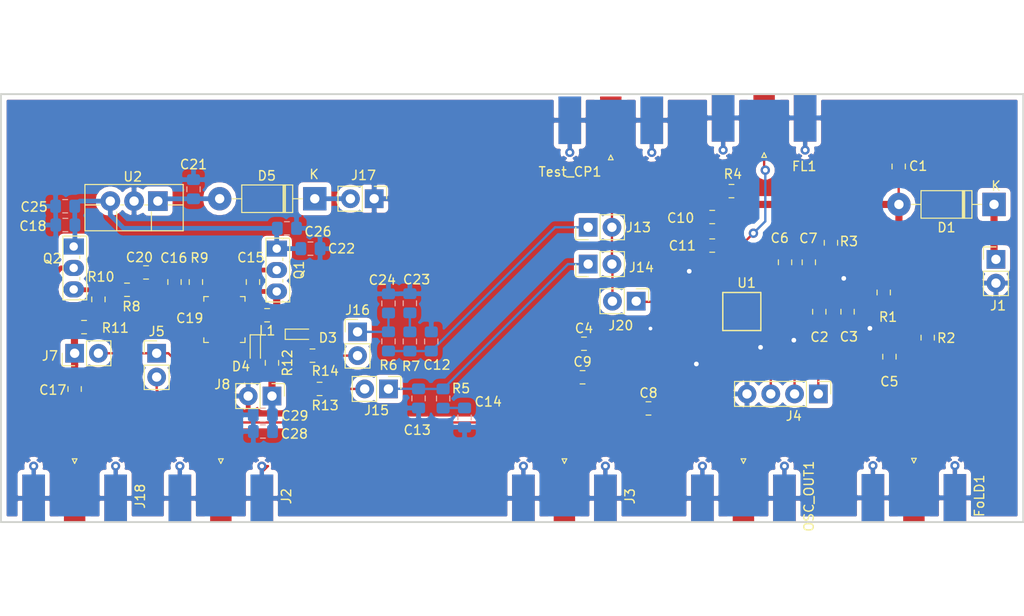
<source format=kicad_pcb>
(kicad_pcb (version 20171130) (host pcbnew "(5.1.5-0-10_14)")
  (layers (0 F.Cu signal) (31 B.Cu signal) (34 B.Paste user) (35 F.Paste user) (36 B.SilkS user) (37 F.SilkS user) (38 B.Mask user) (39 F.Mask user) (44 Edge.Cuts user))
  (net 0 "")
  (net 1 GND)
  (net 2 "Net-(C4-Pad1)")
  (net 3 "Net-(C8-Pad1)")
  (net 4 "Net-(C9-Pad2)")
  (net 5 PLL_Power)
  (net 6 "Net-(C12-Pad2)")
  (net 7 "Net-(C15-Pad1)")
  (net 8 "Net-(C15-Pad2)")
  (net 9 8V)
  (net 10 "Net-(C20-Pad2)")
  (net 11 "Net-(C21-Pad1)")
  (net 12 "Net-(D1-Pad1)")
  (net 13 "Net-(D3-Pad1)")
  (net 14 "Net-(D5-Pad1)")
  (net 15 "Net-(J2-Pad1)")
  (net 16 "Net-(J13-Pad2)")
  (net 17 V_uC)
  (net 18 Vp)
  (net 19 Vcc)
  (net 20 CE)
  (net 21 F_IN)
  (net 22 OSC_IN)
  (net 23 CPo)
  (net 24 LE)
  (net 25 Data)
  (net 26 FL)
  (net 27 FoLD)
  (net 28 OSC_OUT)
  (net 29 Clock)
  (net 30 "Net-(C13-Pad1)")
  (net 31 "Net-(C14-Pad1)")
  (net 32 "Net-(C17-Pad2)")
  (net 33 "Net-(C17-Pad1)")
  (net 34 "Net-(Q2-Pad3)")
  (net 35 "Net-(C23-Pad1)")
  (net 36 "Net-(C24-Pad1)")
  (net 37 "Net-(J15-Pad2)")
  (net 38 "Net-(J16-Pad2)")
  (net 39 "Net-(C28-Pad2)")
  (module Capacitor_SMD:C_0805_2012Metric_Pad1.15x1.40mm_HandSolder (layer B.Cu) (at 106.7308 112.2426)
    (fp_text reference C28 (at 3.3528 0.254) (layer F.SilkS))
    (fp_text value 100pF)
    (pad 2 smd roundrect (at 1.025 0) (size 1.15 1.4) (layers B.Cu B.Paste B.Mask) (roundrect_rratio 0.217391) (net 39 "Net-(C28-Pad2)"))
    (pad 1 smd roundrect (at -1.025 0) (size 1.15 1.4) (layers B.Cu B.Paste B.Mask) (roundrect_rratio 0.217391) (net 1 GND))
  )
  (module Capacitor_SMD:C_0805_2012Metric_Pad1.15x1.40mm_HandSolder (layer B.Cu) (at 106.7218 110.4646)
    (fp_text reference C29 (at 3.4126 0.1016) (layer F.SilkS))
    (fp_text value 100nF)
    (pad 1 smd roundrect (at -1.025 0) (size 1.15 1.4) (layers B.Cu B.Paste B.Mask) (roundrect_rratio 0.217391) (net 1 GND))
    (pad 2 smd roundrect (at 1.025 0) (size 1.15 1.4) (layers B.Cu B.Paste B.Mask) (roundrect_rratio 0.217391) (net 39 "Net-(C28-Pad2)"))
  )
  (module Capacitor_SMD:C_0805_2012Metric_Pad1.15x1.40mm_HandSolder (layer B.Cu) (at 109.2925 90.5383 180)
    (fp_text reference C26 (at -3.3184 -0.3556 180) (layer F.SilkS))
    (fp_text value 100pF)
    (pad 2 smd roundrect (at 1.025 0 180) (size 1.15 1.4) (layers B.Cu B.Paste B.Mask) (roundrect_rratio 0.217391) (net 9 8V))
    (pad 1 smd roundrect (at -1.025 0 180) (size 1.15 1.4) (layers B.Cu B.Paste B.Mask) (roundrect_rratio 0.217391) (net 1 GND))
  )
  (module Capacitor_SMD:C_0805_2012Metric_Pad1.15x1.40mm_HandSolder (layer B.Cu) (at 85.6017 88.1761)
    (fp_text reference C25 (at -3.3184 0.0762) (layer F.SilkS))
    (fp_text value 100pF)
    (pad 1 smd roundrect (at -1.025 0) (size 1.15 1.4) (layers B.Cu B.Paste B.Mask) (roundrect_rratio 0.217391) (net 1 GND))
    (pad 2 smd roundrect (at 1.025 0) (size 1.15 1.4) (layers B.Cu B.Paste B.Mask) (roundrect_rratio 0.217391) (net 9 8V))
  )
  (module Resistor_SMD:R_0805_2012Metric_Pad1.15x1.40mm_HandSolder (layer F.Cu) (at 112.023 104.14 180)
    (fp_text reference R14 (at -1.3626 -1.6383 180) (layer F.SilkS))
    (fp_text value 0k)
    (pad 2 smd roundrect (at 1.025 0 180) (size 1.15 1.4) (layers F.Cu F.Paste F.Mask) (roundrect_rratio 0.217391) (net 13 "Net-(D3-Pad1)"))
    (pad 1 smd roundrect (at -1.025 0 180) (size 1.15 1.4) (layers F.Cu F.Paste F.Mask) (roundrect_rratio 0.217391) (net 38 "Net-(J16-Pad2)"))
  )
  (module Resistor_SMD:R_0805_2012Metric_Pad1.15x1.40mm_HandSolder (layer F.Cu) (at 112.785 107.696)
    (fp_text reference R13 (at 0.5879 1.7653) (layer F.SilkS))
    (fp_text value 0k)
    (pad 1 smd roundrect (at -1.025 0) (size 1.15 1.4) (layers F.Cu F.Paste F.Mask) (roundrect_rratio 0.217391) (net 13 "Net-(D3-Pad1)"))
    (pad 2 smd roundrect (at 1.025 0) (size 1.15 1.4) (layers F.Cu F.Paste F.Mask) (roundrect_rratio 0.217391) (net 37 "Net-(J15-Pad2)"))
  )
  (module Resistor_SMD:R_0805_2012Metric_Pad1.15x1.40mm_HandSolder (layer F.Cu) (at 89.154 98.1292 270)
    (fp_text reference R10 (at -2.4093 -0.2667) (layer F.SilkS))
    (fp_text value 100k)
    (pad 1 smd roundrect (at -1.025 0 270) (size 1.15 1.4) (layers F.Cu F.Paste F.Mask) (roundrect_rratio 0.217391) (net 34 "Net-(Q2-Pad3)"))
    (pad 2 smd roundrect (at 1.025 0 270) (size 1.15 1.4) (layers F.Cu F.Paste F.Mask) (roundrect_rratio 0.217391) (net 1 GND))
  )
  (module Resistor_SMD:R_0805_2012Metric_Pad1.15x1.40mm_HandSolder (layer F.Cu) (at 107.696 104.911 270)
    (fp_text reference R12 (at 0 -1.65 270) (layer F.SilkS))
    (fp_text value 1k)
    (pad 1 smd roundrect (at -1.025 0 270) (size 1.15 1.4) (layers F.Cu F.Paste F.Mask) (roundrect_rratio 0.217391) (net 13 "Net-(D3-Pad1)"))
    (pad 2 smd roundrect (at 1.025 0 270) (size 1.15 1.4) (layers F.Cu F.Paste F.Mask) (roundrect_rratio 0.217391) (net 39 "Net-(C28-Pad2)"))
  )
  (module Capacitor_SMD:C_0805_2012Metric_Pad1.15x1.40mm_HandSolder (layer B.Cu) (at 120.142 98.561 90)
    (fp_text reference C24 (at 2.4982 -0.6604 180) (layer F.SilkS))
    (fp_text value 220nF)
    (pad 2 smd roundrect (at 1.025 0 90) (size 1.15 1.4) (layers B.Cu B.Paste B.Mask) (roundrect_rratio 0.217391) (net 1 GND))
    (pad 1 smd roundrect (at -1.025 0 90) (size 1.15 1.4) (layers B.Cu B.Paste B.Mask) (roundrect_rratio 0.217391) (net 36 "Net-(C24-Pad1)"))
  )
  (module Capacitor_SMD:C_0805_2012Metric_Pad1.15x1.40mm_HandSolder (layer B.Cu) (at 122.428 98.543 90)
    (fp_text reference C23 (at 2.531 0.7239 180) (layer F.SilkS))
    (fp_text value 80nF)
    (pad 1 smd roundrect (at -1.025 0 90) (size 1.15 1.4) (layers B.Cu B.Paste B.Mask) (roundrect_rratio 0.217391) (net 35 "Net-(C23-Pad1)"))
    (pad 2 smd roundrect (at 1.025 0 90) (size 1.15 1.4) (layers B.Cu B.Paste B.Mask) (roundrect_rratio 0.217391) (net 1 GND))
  )
  (module Capacitor_SMD:C_Trimmer_Murata_TZB4-B (layer F.Cu) (at 102.616 100.282 270)
    (fp_text reference C19 (at -0.1425 3.7084) (layer F.SilkS))
    (fp_text value SGC35060)
    (pad 1 smd rect (at -3 0 270) (size 2 1.6) (layers F.Cu F.Paste F.Mask) (net 8 "Net-(C15-Pad2)"))
    (pad 2 smd rect (at 3 0 270) (size 2 1.6) (layers F.Cu F.Paste F.Mask) (net 1 GND))
  )
  (module Resistor_SMD:R_0805_2012Metric_Pad1.15x1.40mm_HandSolder (layer B.Cu) (at 122.428 102.625 90)
    (fp_text reference R7 (at -2.6453 0.127 180) (layer F.SilkS))
    (fp_text value 62k)
    (pad 1 smd roundrect (at -1.025 0 90) (size 1.15 1.4) (layers B.Cu B.Paste B.Mask) (roundrect_rratio 0.217391) (net 6 "Net-(C12-Pad2)"))
    (pad 2 smd roundrect (at 1.025 0 90) (size 1.15 1.4) (layers B.Cu B.Paste B.Mask) (roundrect_rratio 0.217391) (net 35 "Net-(C23-Pad1)"))
  )
  (module Resistor_SMD:R_0805_2012Metric_Pad1.15x1.40mm_HandSolder (layer F.Cu) (at 92.211 97.1042)
    (fp_text reference R8 (at 0.4736 1.7907) (layer F.SilkS))
    (fp_text value "1 Ohm")
    (pad 2 smd roundrect (at 1.025 0) (size 1.15 1.4) (layers F.Cu F.Paste F.Mask) (roundrect_rratio 0.217391) (net 10 "Net-(C20-Pad2)"))
    (pad 1 smd roundrect (at -1.025 0) (size 1.15 1.4) (layers F.Cu F.Paste F.Mask) (roundrect_rratio 0.217391) (net 34 "Net-(Q2-Pad3)"))
  )
  (module Capacitor_SMD:C_0805_2012Metric_Pad1.15x1.40mm_HandSolder (layer F.Cu) (at 86.614 107.705 270)
    (fp_text reference C17 (at 0.1053 2.3368) (layer F.SilkS))
    (fp_text value 100nF)
    (pad 2 smd roundrect (at 1.025 0 270) (size 1.15 1.4) (layers F.Cu F.Paste F.Mask) (roundrect_rratio 0.217391) (net 32 "Net-(C17-Pad2)"))
    (pad 1 smd roundrect (at -1.025 0 270) (size 1.15 1.4) (layers F.Cu F.Paste F.Mask) (roundrect_rratio 0.217391) (net 33 "Net-(C17-Pad1)"))
  )
  (module Capacitor_SMD:C_0805_2012Metric_Pad1.15x1.40mm_HandSolder (layer B.Cu) (at 128.27 110.753 270)
    (fp_text reference C14 (at -1.6854 -2.5273) (layer F.SilkS))
    (fp_text value C)
    (pad 1 smd roundrect (at -1.025 0 270) (size 1.15 1.4) (layers B.Cu B.Paste B.Mask) (roundrect_rratio 0.217391) (net 31 "Net-(C14-Pad1)"))
    (pad 2 smd roundrect (at 1.025 0 270) (size 1.15 1.4) (layers B.Cu B.Paste B.Mask) (roundrect_rratio 0.217391) (net 1 GND))
  )
  (module Package_TO_SOT_THT:TO-251-3_Vertical (layer F.Cu) (at 86.5124 92.4814 270)
    (fp_text reference Q2 (at 1.2827 2.2987) (layer F.SilkS))
    (fp_text value "2N5486 JFET")
    (pad 3 thru_hole oval (at 4.58 0 270) (size 1.7175 2.2) (drill 0.9) (layers *.Cu *.Mask) (net 34 "Net-(Q2-Pad3)"))
    (pad 2 thru_hole oval (at 2.29 0 270) (size 1.7175 2.2) (drill 0.9) (layers *.Cu *.Mask) (net 33 "Net-(C17-Pad1)"))
    (pad 1 thru_hole rect (at 0 0 270) (size 1.7175 2.2) (drill 0.9) (layers *.Cu *.Mask) (net 9 8V))
  )
  (module Package_TO_SOT_THT:TO-251-3_Vertical (layer F.Cu) (at 108.204 92.706 270)
    (fp_text reference Q1 (at 2.29 -2.39 270) (layer F.SilkS))
    (fp_text value "2N5486 JFET")
    (pad 1 thru_hole rect (at 0 0 270) (size 1.7 2.2) (drill 0.9) (layers *.Cu *.Mask) (net 9 8V))
    (pad 2 thru_hole oval (at 2.29 0 270) (size 1.7 2.2) (drill 0.9) (layers *.Cu *.Mask) (net 7 "Net-(C15-Pad1)"))
    (pad 3 thru_hole oval (at 4.58 0 270) (size 1.7 2.2) (drill 0.9) (layers *.Cu *.Mask) (net 8 "Net-(C15-Pad2)"))
  )
  (module Connector_Coaxial:SMA_Molex_73251-1153_EdgeMount_Horizontal (layer F.Cu) (at 176.276 117.6092 90)
    (fp_text reference FoLD1 (at -1.5 7 90) (layer F.SilkS))
    (fp_text value Conn_Coaxial)
    (pad 2 smd rect (at 1.27 4.38 90) (size 0.95 0.46) (layers B.Cu) (net 1 GND))
    (pad 2 smd rect (at 1.27 -4.38 90) (size 0.95 0.46) (layers B.Cu) (net 1 GND))
    (pad 2 smd rect (at 1.27 4.38 90) (size 0.95 0.46) (layers F.Cu) (net 1 GND))
    (pad 2 smd rect (at 1.27 -4.38 90) (size 0.95 0.46) (layers F.Cu) (net 1 GND))
    (pad 2 thru_hole circle (at 1.72 4.38 90) (size 0.97 0.97) (drill 0.46) (layers *.Cu) (net 1 GND))
    (pad 2 thru_hole circle (at 1.72 -4.38 90) (size 0.97 0.97) (drill 0.46) (layers *.Cu) (net 1 GND))
    (pad 2 smd rect (at -1.72 4.38 90) (size 5.08 2.42) (layers B.Cu B.Paste B.Mask) (net 1 GND))
    (pad 2 smd rect (at -1.72 -4.38 90) (size 5.08 2.42) (layers B.Cu B.Paste B.Mask) (net 1 GND))
    (pad 2 smd rect (at -1.72 4.38 90) (size 5.08 2.42) (layers F.Cu F.Paste F.Mask) (net 1 GND))
    (pad 2 smd rect (at -1.72 -4.38 90) (size 5.08 2.42) (layers F.Cu F.Paste F.Mask) (net 1 GND))
    (pad 1 smd rect (at -1.72 0 90) (size 5.08 2.29) (layers F.Cu F.Paste F.Mask) (net 27 FoLD))
  )
  (module Connector_Coaxial:SMA_Molex_73251-1153_EdgeMount_Horizontal (layer F.Cu) (at 160.274 80.46 270)
    (fp_text reference FL1 (at 3.45652 -4.28244) (layer F.SilkS))
    (fp_text value Conn_Coaxial)
    (pad 1 smd rect (at -1.72 0 270) (size 5.08 2.29) (layers F.Cu F.Paste F.Mask) (net 26 FL))
    (pad 2 smd rect (at -1.72 -4.38 270) (size 5.08 2.42) (layers F.Cu F.Paste F.Mask) (net 1 GND))
    (pad 2 smd rect (at -1.72 4.38 270) (size 5.08 2.42) (layers F.Cu F.Paste F.Mask) (net 1 GND))
    (pad 2 smd rect (at -1.72 -4.38 270) (size 5.08 2.42) (layers B.Cu B.Paste B.Mask) (net 1 GND))
    (pad 2 smd rect (at -1.72 4.38 270) (size 5.08 2.42) (layers B.Cu B.Paste B.Mask) (net 1 GND))
    (pad 2 thru_hole circle (at 1.72 -4.38 270) (size 0.97 0.97) (drill 0.46) (layers *.Cu) (net 1 GND))
    (pad 2 thru_hole circle (at 1.72 4.38 270) (size 0.97 0.97) (drill 0.46) (layers *.Cu) (net 1 GND))
    (pad 2 smd rect (at 1.27 -4.38 270) (size 0.95 0.46) (layers F.Cu) (net 1 GND))
    (pad 2 smd rect (at 1.27 4.38 270) (size 0.95 0.46) (layers F.Cu) (net 1 GND))
    (pad 2 smd rect (at 1.27 -4.38 270) (size 0.95 0.46) (layers B.Cu) (net 1 GND))
    (pad 2 smd rect (at 1.27 4.38 270) (size 0.95 0.46) (layers B.Cu) (net 1 GND))
  )
  (module Connector_Coaxial:SMA_Molex_73251-1153_EdgeMount_Horizontal (layer F.Cu) (at 143.891 80.714 270)
    (fp_text reference Test_CP1 (at 3.78672 4.35356) (layer F.SilkS))
    (fp_text value Conn_Coaxial)
    (pad 2 smd rect (at 1.27 4.38 270) (size 0.95 0.46) (layers B.Cu) (net 1 GND))
    (pad 2 smd rect (at 1.27 -4.38 270) (size 0.95 0.46) (layers B.Cu) (net 1 GND))
    (pad 2 smd rect (at 1.27 4.38 270) (size 0.95 0.46) (layers F.Cu) (net 1 GND))
    (pad 2 smd rect (at 1.27 -4.38 270) (size 0.95 0.46) (layers F.Cu) (net 1 GND))
    (pad 2 thru_hole circle (at 1.72 4.38 270) (size 0.97 0.97) (drill 0.46) (layers *.Cu) (net 1 GND))
    (pad 2 thru_hole circle (at 1.72 -4.38 270) (size 0.97 0.97) (drill 0.46) (layers *.Cu) (net 1 GND))
    (pad 2 smd rect (at -1.72 4.38 270) (size 5.08 2.42) (layers B.Cu B.Paste B.Mask) (net 1 GND))
    (pad 2 smd rect (at -1.72 -4.38 270) (size 5.08 2.42) (layers B.Cu B.Paste B.Mask) (net 1 GND))
    (pad 2 smd rect (at -1.72 4.38 270) (size 5.08 2.42) (layers F.Cu F.Paste F.Mask) (net 1 GND))
    (pad 2 smd rect (at -1.72 -4.38 270) (size 5.08 2.42) (layers F.Cu F.Paste F.Mask) (net 1 GND))
    (pad 1 smd rect (at -1.72 0 270) (size 5.08 2.29) (layers F.Cu F.Paste F.Mask) (net 16 "Net-(J13-Pad2)"))
  )
  (module Connector_Coaxial:SMA_Molex_73251-1153_EdgeMount_Horizontal (layer F.Cu) (at 158.0642 117.66 90)
    (fp_text reference OSC_OUT1 (at -1.5 7 90) (layer F.SilkS))
    (fp_text value Conn_Coaxial)
    (pad 1 smd rect (at -1.72 0 90) (size 5.08 2.29) (layers F.Cu F.Paste F.Mask) (net 28 OSC_OUT))
    (pad 2 smd rect (at -1.72 -4.38 90) (size 5.08 2.42) (layers F.Cu F.Paste F.Mask) (net 1 GND))
    (pad 2 smd rect (at -1.72 4.38 90) (size 5.08 2.42) (layers F.Cu F.Paste F.Mask) (net 1 GND))
    (pad 2 smd rect (at -1.72 -4.38 90) (size 5.08 2.42) (layers B.Cu B.Paste B.Mask) (net 1 GND))
    (pad 2 smd rect (at -1.72 4.38 90) (size 5.08 2.42) (layers B.Cu B.Paste B.Mask) (net 1 GND))
    (pad 2 thru_hole circle (at 1.72 -4.38 90) (size 0.97 0.97) (drill 0.46) (layers *.Cu) (net 1 GND))
    (pad 2 thru_hole circle (at 1.72 4.38 90) (size 0.97 0.97) (drill 0.46) (layers *.Cu) (net 1 GND))
    (pad 2 smd rect (at 1.27 -4.38 90) (size 0.95 0.46) (layers F.Cu) (net 1 GND))
    (pad 2 smd rect (at 1.27 4.38 90) (size 0.95 0.46) (layers F.Cu) (net 1 GND))
    (pad 2 smd rect (at 1.27 -4.38 90) (size 0.95 0.46) (layers B.Cu) (net 1 GND))
    (pad 2 smd rect (at 1.27 4.38 90) (size 0.95 0.46) (layers B.Cu) (net 1 GND))
  )
  (module Capacitor_SMD:C_0805_2012Metric_Pad1.15x1.40mm_HandSolder (layer F.Cu) (at 174.6504 83.9306 270)
    (fp_text reference C1 (at -0.04456 -2.0828) (layer F.SilkS))
    (fp_text value C)
    (pad 1 smd roundrect (at -1.025 0 270) (size 1.15 1.4) (layers F.Cu F.Paste F.Mask) (roundrect_rratio 0.217391) (net 1 GND))
    (pad 2 smd roundrect (at 1.025 0 270) (size 1.15 1.4) (layers F.Cu F.Paste F.Mask) (roundrect_rratio 0.217391) (net 5 PLL_Power))
  )
  (module Capacitor_SMD:C_0805_2012Metric_Pad1.15x1.40mm_HandSolder (layer F.Cu) (at 166.1668 99.45 90)
    (fp_text reference C2 (at -2.7088 0.02032 180) (layer F.SilkS))
    (fp_text value 100nF)
    (pad 1 smd roundrect (at -1.025 0 90) (size 1.15 1.4) (layers F.Cu F.Paste F.Mask) (roundrect_rratio 0.217391) (net 1 GND))
    (pad 2 smd roundrect (at 1.025 0 90) (size 1.15 1.4) (layers F.Cu F.Paste F.Mask) (roundrect_rratio 0.217391) (net 17 V_uC))
  )
  (module Capacitor_SMD:C_0805_2012Metric_Pad1.15x1.40mm_HandSolder (layer F.Cu) (at 169.1894 99.45 90)
    (fp_text reference C3 (at -2.67324 0.14224 180) (layer F.SilkS))
    (fp_text value 100pF)
    (pad 2 smd roundrect (at 1.025 0 90) (size 1.15 1.4) (layers F.Cu F.Paste F.Mask) (roundrect_rratio 0.217391) (net 17 V_uC))
    (pad 1 smd roundrect (at -1.025 0 90) (size 1.15 1.4) (layers F.Cu F.Paste F.Mask) (roundrect_rratio 0.217391) (net 1 GND))
  )
  (module Capacitor_SMD:C_0805_2012Metric_Pad1.15x1.40mm_HandSolder (layer F.Cu) (at 141.0298 102.87)
    (fp_text reference C4 (at 0 -1.65) (layer F.SilkS))
    (fp_text value 1000pF)
    (pad 2 smd roundrect (at 1.025 0) (size 1.15 1.4) (layers F.Cu F.Paste F.Mask) (roundrect_rratio 0.217391) (net 21 F_IN))
    (pad 1 smd roundrect (at -1.025 0) (size 1.15 1.4) (layers F.Cu F.Paste F.Mask) (roundrect_rratio 0.217391) (net 2 "Net-(C4-Pad1)"))
  )
  (module Capacitor_SMD:C_0805_2012Metric_Pad1.15x1.40mm_HandSolder (layer F.Cu) (at 173.6598 104.2506 90)
    (fp_text reference C5 (at -2.66308 -0.00508 180) (layer F.SilkS))
    (fp_text value 100nF)
    (pad 2 smd roundrect (at 1.025 0 90) (size 1.15 1.4) (layers F.Cu F.Paste F.Mask) (roundrect_rratio 0.217391) (net 20 CE))
    (pad 1 smd roundrect (at -1.025 0 90) (size 1.15 1.4) (layers F.Cu F.Paste F.Mask) (roundrect_rratio 0.217391) (net 1 GND))
  )
  (module Capacitor_SMD:C_0805_2012Metric_Pad1.15x1.40mm_HandSolder (layer F.Cu) (at 162.5092 94.1668 90)
    (fp_text reference C6 (at 2.5871 -0.5715 180) (layer F.SilkS))
    (fp_text value 100nF)
    (pad 1 smd roundrect (at -1.025 0 90) (size 1.15 1.4) (layers F.Cu F.Paste F.Mask) (roundrect_rratio 0.217391) (net 1 GND))
    (pad 2 smd roundrect (at 1.025 0 90) (size 1.15 1.4) (layers F.Cu F.Paste F.Mask) (roundrect_rratio 0.217391) (net 19 Vcc))
  )
  (module Capacitor_SMD:C_0805_2012Metric_Pad1.15x1.40mm_HandSolder (layer F.Cu) (at 165.0492 94.1668 90)
    (fp_text reference C7 (at 2.5617 -0.0508 180) (layer F.SilkS))
    (fp_text value 100pF)
    (pad 1 smd roundrect (at -1.025 0 90) (size 1.15 1.4) (layers F.Cu F.Paste F.Mask) (roundrect_rratio 0.217391) (net 1 GND))
    (pad 2 smd roundrect (at 1.025 0 90) (size 1.15 1.4) (layers F.Cu F.Paste F.Mask) (roundrect_rratio 0.217391) (net 19 Vcc))
  )
  (module Capacitor_SMD:C_0805_2012Metric_Pad1.15x1.40mm_HandSolder (layer F.Cu) (at 147.9206 109.7788)
    (fp_text reference C8 (at 0 -1.65) (layer F.SilkS))
    (fp_text value 1000pF)
    (pad 2 smd roundrect (at 1.025 0) (size 1.15 1.4) (layers F.Cu F.Paste F.Mask) (roundrect_rratio 0.217391) (net 22 OSC_IN))
    (pad 1 smd roundrect (at -1.025 0) (size 1.15 1.4) (layers F.Cu F.Paste F.Mask) (roundrect_rratio 0.217391) (net 3 "Net-(C8-Pad1)"))
  )
  (module Capacitor_SMD:C_0805_2012Metric_Pad1.15x1.40mm_HandSolder (layer F.Cu) (at 140.8774 106.4514)
    (fp_text reference C9 (at 0 -1.65) (layer F.SilkS))
    (fp_text value 100nF)
    (pad 2 smd roundrect (at 1.025 0) (size 1.15 1.4) (layers F.Cu F.Paste F.Mask) (roundrect_rratio 0.217391) (net 4 "Net-(C9-Pad2)"))
    (pad 1 smd roundrect (at -1.025 0) (size 1.15 1.4) (layers F.Cu F.Paste F.Mask) (roundrect_rratio 0.217391) (net 1 GND))
  )
  (module Capacitor_SMD:C_0805_2012Metric_Pad1.15x1.40mm_HandSolder (layer F.Cu) (at 154.7278 89.3318)
    (fp_text reference C10 (at -3.3692 0.1016) (layer F.SilkS))
    (fp_text value 100nF)
    (pad 2 smd roundrect (at 1.025 0) (size 1.15 1.4) (layers F.Cu F.Paste F.Mask) (roundrect_rratio 0.217391) (net 18 Vp))
    (pad 1 smd roundrect (at -1.025 0) (size 1.15 1.4) (layers F.Cu F.Paste F.Mask) (roundrect_rratio 0.217391) (net 1 GND))
  )
  (module Capacitor_SMD:C_0805_2012Metric_Pad1.15x1.40mm_HandSolder (layer F.Cu) (at 154.7278 92.3798)
    (fp_text reference C11 (at -3.1914 0.0127) (layer F.SilkS))
    (fp_text value 100pF)
    (pad 1 smd roundrect (at -1.025 0) (size 1.15 1.4) (layers F.Cu F.Paste F.Mask) (roundrect_rratio 0.217391) (net 1 GND))
    (pad 2 smd roundrect (at 1.025 0) (size 1.15 1.4) (layers F.Cu F.Paste F.Mask) (roundrect_rratio 0.217391) (net 18 Vp))
  )
  (module Capacitor_SMD:C_0805_2012Metric_Pad1.15x1.40mm_HandSolder (layer B.Cu) (at 124.714 102.625 270)
    (fp_text reference C12 (at 2.5056 -0.6096) (layer F.SilkS))
    (fp_text value 12nF)
    (pad 2 smd roundrect (at 1.025 0 270) (size 1.15 1.4) (layers B.Cu B.Paste B.Mask) (roundrect_rratio 0.217391) (net 6 "Net-(C12-Pad2)"))
    (pad 1 smd roundrect (at -1.025 0 270) (size 1.15 1.4) (layers B.Cu B.Paste B.Mask) (roundrect_rratio 0.217391) (net 1 GND))
  )
  (module Capacitor_SMD:C_0805_2012Metric_Pad1.15x1.40mm_HandSolder (layer B.Cu) (at 123.3551 108.7083 270)
    (fp_text reference C13 (at 3.3819 0.1397) (layer F.SilkS))
    (fp_text value C)
    (pad 2 smd roundrect (at 1.025 0 270) (size 1.15 1.4) (layers B.Cu B.Paste B.Mask) (roundrect_rratio 0.217391) (net 1 GND))
    (pad 1 smd roundrect (at -1.025 0 270) (size 1.15 1.4) (layers B.Cu B.Paste B.Mask) (roundrect_rratio 0.217391) (net 30 "Net-(C13-Pad1)"))
  )
  (module Capacitor_SMD:C_0805_2012Metric_Pad1.15x1.40mm_HandSolder (layer F.Cu) (at 105.664 96.275 270)
    (fp_text reference C15 (at -2.6125 0.2286) (layer F.SilkS))
    (fp_text value 18pF)
    (pad 1 smd roundrect (at -1.025 0 270) (size 1.15 1.4) (layers F.Cu F.Paste F.Mask) (roundrect_rratio 0.217391) (net 7 "Net-(C15-Pad1)"))
    (pad 2 smd roundrect (at 1.025 0 270) (size 1.15 1.4) (layers F.Cu F.Paste F.Mask) (roundrect_rratio 0.217391) (net 8 "Net-(C15-Pad2)"))
  )
  (module Capacitor_SMD:C_0805_2012Metric_Pad1.15x1.40mm_HandSolder (layer F.Cu) (at 97.282 96.275 90)
    (fp_text reference C16 (at 2.5744 -0.0762 180) (layer F.SilkS))
    (fp_text value 47pF)
    (pad 2 smd roundrect (at 1.025 0 90) (size 1.15 1.4) (layers F.Cu F.Paste F.Mask) (roundrect_rratio 0.217391) (net 7 "Net-(C15-Pad1)"))
    (pad 1 smd roundrect (at -1.025 0 90) (size 1.15 1.4) (layers F.Cu F.Paste F.Mask) (roundrect_rratio 0.217391) (net 1 GND))
  )
  (module Capacitor_SMD:C_0805_2012Metric_Pad1.15x1.40mm_HandSolder (layer B.Cu) (at 85.6197 90.1827)
    (fp_text reference C18 (at -3.4634 0.1143) (layer F.SilkS))
    (fp_text value 100nF)
    (pad 1 smd roundrect (at -1.025 0) (size 1.15 1.4) (layers B.Cu B.Paste B.Mask) (roundrect_rratio 0.217391) (net 1 GND))
    (pad 2 smd roundrect (at 1.025 0) (size 1.15 1.4) (layers B.Cu B.Paste B.Mask) (roundrect_rratio 0.217391) (net 9 8V))
  )
  (module Capacitor_SMD:C_0805_2012Metric_Pad1.15x1.40mm_HandSolder (layer F.Cu) (at 94.243 95.25 180)
    (fp_text reference C20 (at 0.7075 1.6129 180) (layer F.SilkS))
    (fp_text value 10pF)
    (pad 1 smd roundrect (at -1.025 0 180) (size 1.15 1.4) (layers F.Cu F.Paste F.Mask) (roundrect_rratio 0.217391) (net 7 "Net-(C15-Pad1)"))
    (pad 2 smd roundrect (at 1.025 0 180) (size 1.15 1.4) (layers F.Cu F.Paste F.Mask) (roundrect_rratio 0.217391) (net 10 "Net-(C20-Pad2)"))
  )
  (module Capacitor_SMD:C_0805_2012Metric_Pad1.15x1.40mm_HandSolder (layer B.Cu) (at 99.314 86.36 90)
    (fp_text reference C21 (at 2.6416 0) (layer F.SilkS))
    (fp_text value 100nF)
    (pad 1 smd roundrect (at -1.025 0 90) (size 1.15 1.4) (layers B.Cu B.Paste B.Mask) (roundrect_rratio 0.217391) (net 11 "Net-(C21-Pad1)"))
    (pad 2 smd roundrect (at 1.025 0 90) (size 1.15 1.4) (layers B.Cu B.Paste B.Mask) (roundrect_rratio 0.217391) (net 1 GND))
  )
  (module Capacitor_SMD:C_0805_2012Metric_Pad1.15x1.40mm_HandSolder (layer B.Cu) (at 111.8071 92.71 180)
    (fp_text reference C22 (at -3.3184 0 180) (layer F.SilkS))
    (fp_text value 100nF)
    (pad 1 smd roundrect (at -1.025 0 180) (size 1.15 1.4) (layers B.Cu B.Paste B.Mask) (roundrect_rratio 0.217391) (net 1 GND))
    (pad 2 smd roundrect (at 1.025 0 180) (size 1.15 1.4) (layers B.Cu B.Paste B.Mask) (roundrect_rratio 0.217391) (net 9 8V))
  )
  (module Diode_THT:D_DO-41_SOD81_P10.16mm_Horizontal (layer F.Cu) (at 184.8358 87.9856 180)
    (fp_text reference D1 (at 5.08 -2.47 180) (layer F.SilkS))
    (fp_text value DIODE)
    (fp_text user K (at -0.21336 1.9812 180) (layer F.SilkS))
    (pad 1 thru_hole rect (at 0 0 180) (size 2.5 2.5) (drill 1) (layers *.Cu *.Mask) (net 12 "Net-(D1-Pad1)"))
    (pad 2 thru_hole oval (at 10.16 0 180) (size 2.5 2.5) (drill 1) (layers *.Cu *.Mask) (net 5 PLL_Power))
  )
  (module Diode_SMD:D_SC-80_HandSoldering (layer F.Cu) (at 110.914 101.854)
    (fp_text reference D3 (at 2.751 0.381) (layer F.SilkS))
    (fp_text value ???)
    (pad 1 smd rect (at -1.1 0) (size 1.1 0.6) (layers F.Cu F.Paste F.Mask) (net 13 "Net-(D3-Pad1)"))
    (pad 2 smd rect (at 1.1 0) (size 1.1 0.6) (layers F.Cu F.Paste F.Mask) (net 8 "Net-(C15-Pad2)"))
  )
  (module Diode_SMD:D_SC-80_HandSoldering (layer F.Cu) (at 105.918 103.716 270)
    (fp_text reference D4 (at 1.5797 1.5367) (layer F.SilkS))
    (fp_text value ???)
    (pad 2 smd rect (at 1.1 0 270) (size 1.1 0.6) (layers F.Cu F.Paste F.Mask) (net 1 GND))
    (pad 1 smd rect (at -1.1 0 270) (size 1.1 0.6) (layers F.Cu F.Paste F.Mask) (net 13 "Net-(D3-Pad1)"))
  )
  (module Diode_THT:D_DO-41_SOD81_P10.16mm_Horizontal (layer F.Cu) (at 112.268 87.376 180)
    (fp_text reference D5 (at 5.1308 2.4511 180) (layer F.SilkS))
    (fp_text value DIODE)
    (fp_text user K (at 0.0762 2.6035 180) (layer F.SilkS))
    (pad 2 thru_hole oval (at 10.16 0 180) (size 2.5 2.5) (drill 1) (layers *.Cu *.Mask) (net 11 "Net-(C21-Pad1)"))
    (pad 1 thru_hole rect (at 0 0 180) (size 2.5 2.5) (drill 1) (layers *.Cu *.Mask) (net 14 "Net-(D5-Pad1)"))
  )
  (module Connector_PinHeader_2.54mm:PinHeader_1x02_P2.54mm_Vertical (layer F.Cu) (at 185.039 93.853)
    (fp_text reference J1 (at 0.2286 4.94792) (layer F.SilkS))
    (fp_text value Conn_01x02_Male)
    (pad 2 thru_hole oval (at 0 2.54) (size 2 2) (drill 1) (layers *.Cu *.Mask) (net 1 GND))
    (pad 1 thru_hole rect (at 0 0) (size 2 2) (drill 1) (layers *.Cu *.Mask) (net 12 "Net-(D1-Pad1)"))
  )
  (module Connector_Coaxial:SMA_Molex_73251-1153_EdgeMount_Horizontal (layer F.Cu) (at 102.235 117.66 90)
    (fp_text reference J2 (at -1.5 7 90) (layer F.SilkS))
    (fp_text value Conn_Coaxial)
    (pad 2 smd rect (at 1.27 4.38 90) (size 0.95 0.46) (layers B.Cu) (net 1 GND))
    (pad 2 smd rect (at 1.27 -4.38 90) (size 0.95 0.46) (layers B.Cu) (net 1 GND))
    (pad 2 smd rect (at 1.27 4.38 90) (size 0.95 0.46) (layers F.Cu) (net 1 GND))
    (pad 2 smd rect (at 1.27 -4.38 90) (size 0.95 0.46) (layers F.Cu) (net 1 GND))
    (pad 2 thru_hole circle (at 1.72 4.38 90) (size 0.97 0.97) (drill 0.46) (layers *.Cu) (net 1 GND))
    (pad 2 thru_hole circle (at 1.72 -4.38 90) (size 0.97 0.97) (drill 0.46) (layers *.Cu) (net 1 GND))
    (pad 2 smd rect (at -1.72 4.38 90) (size 5.08 2.42) (layers B.Cu B.Paste B.Mask) (net 1 GND))
    (pad 2 smd rect (at -1.72 -4.38 90) (size 5.08 2.42) (layers B.Cu B.Paste B.Mask) (net 1 GND))
    (pad 2 smd rect (at -1.72 4.38 90) (size 5.08 2.42) (layers F.Cu F.Paste F.Mask) (net 1 GND))
    (pad 2 smd rect (at -1.72 -4.38 90) (size 5.08 2.42) (layers F.Cu F.Paste F.Mask) (net 1 GND))
    (pad 1 smd rect (at -1.72 0 90) (size 5.08 2.29) (layers F.Cu F.Paste F.Mask) (net 15 "Net-(J2-Pad1)"))
  )
  (module Connector_Coaxial:SMA_Molex_73251-1153_EdgeMount_Horizontal (layer F.Cu) (at 138.938 117.66 90)
    (fp_text reference J3 (at -1.5 7 90) (layer F.SilkS))
    (fp_text value Conn_Coaxial)
    (pad 1 smd rect (at -1.72 0 90) (size 5.08 2.29) (layers F.Cu F.Paste F.Mask) (net 3 "Net-(C8-Pad1)"))
    (pad 2 smd rect (at -1.72 -4.38 90) (size 5.08 2.42) (layers F.Cu F.Paste F.Mask) (net 1 GND))
    (pad 2 smd rect (at -1.72 4.38 90) (size 5.08 2.42) (layers F.Cu F.Paste F.Mask) (net 1 GND))
    (pad 2 smd rect (at -1.72 -4.38 90) (size 5.08 2.42) (layers B.Cu B.Paste B.Mask) (net 1 GND))
    (pad 2 smd rect (at -1.72 4.38 90) (size 5.08 2.42) (layers B.Cu B.Paste B.Mask) (net 1 GND))
    (pad 2 thru_hole circle (at 1.72 -4.38 90) (size 0.97 0.97) (drill 0.46) (layers *.Cu) (net 1 GND))
    (pad 2 thru_hole circle (at 1.72 4.38 90) (size 0.97 0.97) (drill 0.46) (layers *.Cu) (net 1 GND))
    (pad 2 smd rect (at 1.27 -4.38 90) (size 0.95 0.46) (layers F.Cu) (net 1 GND))
    (pad 2 smd rect (at 1.27 4.38 90) (size 0.95 0.46) (layers F.Cu) (net 1 GND))
    (pad 2 smd rect (at 1.27 -4.38 90) (size 0.95 0.46) (layers B.Cu) (net 1 GND))
    (pad 2 smd rect (at 1.27 4.38 90) (size 0.95 0.46) (layers B.Cu) (net 1 GND))
  )
  (module Connector_PinHeader_2.54mm:PinHeader_1x04_P2.54mm_Vertical (layer F.Cu) (at 166.0652 108.2294 270)
    (fp_text reference J4 (at 2.3622 2.62128) (layer F.SilkS))
    (fp_text value Conn_01x04_Male)
    (pad 1 thru_hole rect (at 0 0 270) (size 2 2) (drill 1) (layers *.Cu *.Mask) (net 24 LE))
    (pad 2 thru_hole oval (at 0 2.54 270) (size 2 2) (drill 1) (layers *.Cu *.Mask) (net 25 Data))
    (pad 3 thru_hole oval (at 0 5.08 270) (size 2 2) (drill 1) (layers *.Cu *.Mask) (net 29 Clock))
    (pad 4 thru_hole oval (at 0 7.62 270) (size 2 2) (drill 1) (layers *.Cu *.Mask) (net 1 GND))
  )
  (module Connector_PinHeader_2.54mm:PinHeader_1x02_P2.54mm_Vertical (layer F.Cu) (at 95.377 103.886)
    (fp_text reference J5 (at 0 -2.33) (layer F.SilkS))
    (fp_text value Conn_01x02_Male)
    (pad 1 thru_hole rect (at 0 0) (size 2 2) (drill 1) (layers *.Cu *.Mask) (net 2 "Net-(C4-Pad1)"))
    (pad 2 thru_hole oval (at 0 2.54) (size 2 2) (drill 1) (layers *.Cu *.Mask) (net 15 "Net-(J2-Pad1)"))
  )
  (module Connector_PinHeader_2.54mm:PinHeader_1x02_P2.54mm_Vertical (layer F.Cu) (at 86.614 103.886 90)
    (fp_text reference J7 (at -0.2794 -2.6416 180) (layer F.SilkS))
    (fp_text value Conn_01x02_Male)
    (pad 2 thru_hole oval (at 0 2.54 90) (size 2 2) (drill 1) (layers *.Cu *.Mask) (net 2 "Net-(C4-Pad1)"))
    (pad 1 thru_hole rect (at 0 0 90) (size 2 2) (drill 1) (layers *.Cu *.Mask) (net 33 "Net-(C17-Pad1)"))
  )
  (module Connector_PinHeader_2.54mm:PinHeader_1x02_P2.54mm_Vertical (layer F.Cu) (at 107.696 108.458 270)
    (fp_text reference J8 (at -1.2446 5.3086) (layer F.SilkS))
    (fp_text value Conn_01x02_Male)
    (pad 1 thru_hole rect (at 0 0 270) (size 2 2) (drill 1) (layers *.Cu *.Mask) (net 39 "Net-(C28-Pad2)"))
    (pad 2 thru_hole oval (at 0 2.54 270) (size 2 2) (drill 1) (layers *.Cu *.Mask) (net 1 GND))
  )
  (module Connector_PinHeader_2.54mm:PinHeader_1x02_P2.54mm_Vertical (layer F.Cu) (at 141.478 90.424 90)
    (fp_text reference J13 (at -0.02032 5.37464 180) (layer F.SilkS))
    (fp_text value Conn_01x02_Male)
    (pad 2 thru_hole oval (at 0 2.54 90) (size 2 2) (drill 1) (layers *.Cu *.Mask) (net 16 "Net-(J13-Pad2)"))
    (pad 1 thru_hole rect (at 0 0 90) (size 2 2) (drill 1) (layers *.Cu *.Mask) (net 6 "Net-(C12-Pad2)"))
  )
  (module Connector_PinHeader_2.54mm:PinHeader_1x02_P2.54mm_Vertical (layer F.Cu) (at 141.478 94.361 90)
    (fp_text reference J14 (at -0.3556 5.68452 180) (layer F.SilkS))
    (fp_text value Conn_01x02_Male)
    (pad 1 thru_hole rect (at 0 0 90) (size 2 2) (drill 1) (layers *.Cu *.Mask) (net 30 "Net-(C13-Pad1)"))
    (pad 2 thru_hole oval (at 0 2.54 90) (size 2 2) (drill 1) (layers *.Cu *.Mask) (net 16 "Net-(J13-Pad2)"))
  )
  (module Connector_PinHeader_2.54mm:PinHeader_1x02_P2.54mm_Vertical (layer F.Cu) (at 120.142 107.696 270)
    (fp_text reference J15 (at 2.286 1.27) (layer F.SilkS))
    (fp_text value Conn_01x02_Male)
    (pad 2 thru_hole oval (at 0 2.54 270) (size 2 2) (drill 1) (layers *.Cu *.Mask) (net 37 "Net-(J15-Pad2)"))
    (pad 1 thru_hole rect (at 0 0 270) (size 2 2) (drill 1) (layers *.Cu *.Mask) (net 30 "Net-(C13-Pad1)"))
  )
  (module Connector_PinHeader_2.54mm:PinHeader_1x02_P2.54mm_Vertical (layer F.Cu) (at 116.84 101.6)
    (fp_text reference J16 (at 0 -2.33) (layer F.SilkS))
    (fp_text value Conn_01x02_Male)
    (pad 1 thru_hole rect (at 0 0) (size 2 2) (drill 1) (layers *.Cu *.Mask) (net 36 "Net-(C24-Pad1)"))
    (pad 2 thru_hole oval (at 0 2.54) (size 2 2) (drill 1) (layers *.Cu *.Mask) (net 38 "Net-(J16-Pad2)"))
  )
  (module Connector_PinHeader_2.54mm:PinHeader_1x02_P2.54mm_Vertical (layer F.Cu) (at 118.618 87.376 270)
    (fp_text reference J17 (at -2.5019 1.143) (layer F.SilkS))
    (fp_text value Conn_01x02_Male)
    (pad 1 thru_hole rect (at 0 0 270) (size 2 2) (drill 1) (layers *.Cu *.Mask) (net 1 GND))
    (pad 2 thru_hole oval (at 0 2.54 270) (size 2 2) (drill 1) (layers *.Cu *.Mask) (net 14 "Net-(D5-Pad1)"))
  )
  (module Connector_Coaxial:SMA_Molex_73251-1153_EdgeMount_Horizontal (layer F.Cu) (at 86.614 117.66 90)
    (fp_text reference J18 (at -1.5 7 90) (layer F.SilkS))
    (fp_text value Conn_Coaxial)
    (pad 1 smd rect (at -1.72 0 90) (size 5.08 2.29) (layers F.Cu F.Paste F.Mask) (net 32 "Net-(C17-Pad2)"))
    (pad 2 smd rect (at -1.72 -4.38 90) (size 5.08 2.42) (layers F.Cu F.Paste F.Mask) (net 1 GND))
    (pad 2 smd rect (at -1.72 4.38 90) (size 5.08 2.42) (layers F.Cu F.Paste F.Mask) (net 1 GND))
    (pad 2 smd rect (at -1.72 -4.38 90) (size 5.08 2.42) (layers B.Cu B.Paste B.Mask) (net 1 GND))
    (pad 2 smd rect (at -1.72 4.38 90) (size 5.08 2.42) (layers B.Cu B.Paste B.Mask) (net 1 GND))
    (pad 2 thru_hole circle (at 1.72 -4.38 90) (size 0.97 0.97) (drill 0.46) (layers *.Cu) (net 1 GND))
    (pad 2 thru_hole circle (at 1.72 4.38 90) (size 0.97 0.97) (drill 0.46) (layers *.Cu) (net 1 GND))
    (pad 2 smd rect (at 1.27 -4.38 90) (size 0.95 0.46) (layers F.Cu) (net 1 GND))
    (pad 2 smd rect (at 1.27 4.38 90) (size 0.95 0.46) (layers F.Cu) (net 1 GND))
    (pad 2 smd rect (at 1.27 -4.38 90) (size 0.95 0.46) (layers B.Cu) (net 1 GND))
    (pad 2 smd rect (at 1.27 4.38 90) (size 0.95 0.46) (layers B.Cu) (net 1 GND))
  )
  (module Connector_PinHeader_2.54mm:PinHeader_1x02_P2.54mm_Vertical (layer F.Cu) (at 146.6088 98.3234 270)
    (fp_text reference J20 (at 2.60096 1.64592) (layer F.SilkS))
    (fp_text value Conn_01x02_Male)
    (pad 2 thru_hole oval (at 0 2.54 270) (size 2 2) (drill 1) (layers *.Cu *.Mask) (net 16 "Net-(J13-Pad2)"))
    (pad 1 thru_hole rect (at 0 0 270) (size 2 2) (drill 1) (layers *.Cu *.Mask) (net 23 CPo))
  )
  (module Inductor_SMD:L_0805_2012Metric_Pad1.15x1.40mm_HandSolder (layer F.Cu) (at 107.179 99.822 180)
    (fp_text reference L1 (at 0 -1.65 180) (layer F.SilkS))
    (fp_text value 680nH)
    (pad 2 smd roundrect (at 1.025 0 180) (size 1.15 1.4) (layers F.Cu F.Paste F.Mask) (roundrect_rratio 0.217391) (net 1 GND))
    (pad 1 smd roundrect (at -1.025 0 180) (size 1.15 1.4) (layers F.Cu F.Paste F.Mask) (roundrect_rratio 0.217391) (net 8 "Net-(C15-Pad2)"))
  )
  (module Resistor_SMD:R_0805_2012Metric_Pad1.15x1.40mm_HandSolder (layer F.Cu) (at 173.0502 97.3926 270)
    (fp_text reference R1 (at 2.62244 -0.46228) (layer F.SilkS))
    (fp_text value 18)
    (pad 1 smd roundrect (at -1.025 0 270) (size 1.15 1.4) (layers F.Cu F.Paste F.Mask) (roundrect_rratio 0.217391) (net 5 PLL_Power))
    (pad 2 smd roundrect (at 1.025 0 270) (size 1.15 1.4) (layers F.Cu F.Paste F.Mask) (roundrect_rratio 0.217391) (net 17 V_uC))
  )
  (module Resistor_SMD:R_0805_2012Metric_Pad1.15x1.40mm_HandSolder (layer F.Cu) (at 177.7492 102.2186 270)
    (fp_text reference R2 (at 0.04688 -1.9812) (layer F.SilkS))
    (fp_text value 10k)
    (pad 2 smd roundrect (at 1.025 0 270) (size 1.15 1.4) (layers F.Cu F.Paste F.Mask) (roundrect_rratio 0.217391) (net 20 CE))
    (pad 1 smd roundrect (at -1.025 0 270) (size 1.15 1.4) (layers F.Cu F.Paste F.Mask) (roundrect_rratio 0.217391) (net 5 PLL_Power))
  )
  (module Resistor_SMD:R_0805_2012Metric_Pad1.15x1.40mm_HandSolder (layer F.Cu) (at 167.4114 92.084 270)
    (fp_text reference R3 (at -0.1487 -1.9177) (layer F.SilkS))
    (fp_text value 18)
    (pad 2 smd roundrect (at 1.025 0 270) (size 1.15 1.4) (layers F.Cu F.Paste F.Mask) (roundrect_rratio 0.217391) (net 19 Vcc))
    (pad 1 smd roundrect (at -1.025 0 270) (size 1.15 1.4) (layers F.Cu F.Paste F.Mask) (roundrect_rratio 0.217391) (net 5 PLL_Power))
  )
  (module Resistor_SMD:R_0805_2012Metric_Pad1.15x1.40mm_HandSolder (layer F.Cu) (at 156.7852 86.5632 180)
    (fp_text reference R4 (at -0.1487 1.8161 180) (layer F.SilkS))
    (fp_text value 18)
    (pad 1 smd roundrect (at -1.025 0 180) (size 1.15 1.4) (layers F.Cu F.Paste F.Mask) (roundrect_rratio 0.217391) (net 5 PLL_Power))
    (pad 2 smd roundrect (at 1.025 0 180) (size 1.15 1.4) (layers F.Cu F.Paste F.Mask) (roundrect_rratio 0.217391) (net 18 Vp))
  )
  (module Resistor_SMD:R_0805_2012Metric_Pad1.15x1.40mm_HandSolder (layer B.Cu) (at 125.984 108.721 90)
    (fp_text reference R5 (at 1.0758 1.905 180) (layer F.SilkS))
    (fp_text value R)
    (pad 2 smd roundrect (at 1.025 0 90) (size 1.15 1.4) (layers B.Cu B.Paste B.Mask) (roundrect_rratio 0.217391) (net 30 "Net-(C13-Pad1)"))
    (pad 1 smd roundrect (at -1.025 0 90) (size 1.15 1.4) (layers B.Cu B.Paste B.Mask) (roundrect_rratio 0.217391) (net 31 "Net-(C14-Pad1)"))
  )
  (module Resistor_SMD:R_0805_2012Metric_Pad1.15x1.40mm_HandSolder (layer B.Cu) (at 120.142 102.616 270)
    (fp_text reference R6 (at 2.54 0) (layer F.SilkS))
    (fp_text value 1k)
    (pad 2 smd roundrect (at 1.025 0 270) (size 1.15 1.4) (layers B.Cu B.Paste B.Mask) (roundrect_rratio 0.217391) (net 6 "Net-(C12-Pad2)"))
    (pad 1 smd roundrect (at -1.025 0 270) (size 1.15 1.4) (layers B.Cu B.Paste B.Mask) (roundrect_rratio 0.217391) (net 36 "Net-(C24-Pad1)"))
  )
  (module Resistor_SMD:R_0805_2012Metric_Pad1.15x1.40mm_HandSolder (layer F.Cu) (at 99.568 96.275 270)
    (fp_text reference R9 (at -2.5744 -0.381) (layer F.SilkS))
    (fp_text value 1k)
    (pad 1 smd roundrect (at -1.025 0 270) (size 1.15 1.4) (layers F.Cu F.Paste F.Mask) (roundrect_rratio 0.217391) (net 7 "Net-(C15-Pad1)"))
    (pad 2 smd roundrect (at 1.025 0 270) (size 1.15 1.4) (layers F.Cu F.Paste F.Mask) (roundrect_rratio 0.217391) (net 1 GND))
  )
  (module Resistor_SMD:R_0805_2012Metric_Pad1.15x1.40mm_HandSolder (layer F.Cu) (at 87.621 101.092)
    (fp_text reference R11 (at 3.3364 0.0889) (layer F.SilkS))
    (fp_text value 1k)
    (pad 2 smd roundrect (at 1.025 0) (size 1.15 1.4) (layers F.Cu F.Paste F.Mask) (roundrect_rratio 0.217391) (net 1 GND))
    (pad 1 smd roundrect (at -1.025 0) (size 1.15 1.4) (layers F.Cu F.Paste F.Mask) (roundrect_rratio 0.217391) (net 33 "Net-(C17-Pad1)"))
  )
  (module Package_TO_SOT_THT:TO-220F-3_Vertical (layer F.Cu) (at 95.504 87.63 180)
    (fp_text reference U2 (at 2.6797 2.6035 180) (layer F.SilkS))
    (fp_text value L7808)
    (pad 1 thru_hole rect (at 0 0 180) (size 2.1 2.1) (drill 1) (layers *.Cu *.Mask) (net 11 "Net-(C21-Pad1)"))
    (pad 2 thru_hole oval (at 2.54 0 180) (size 2.1 2.1) (drill 1) (layers *.Cu *.Mask) (net 1 GND))
    (pad 3 thru_hole oval (at 5.08 0 180) (size 2.1 2.1) (drill 1) (layers *.Cu *.Mask) (net 9 8V))
  )
  (module LT:LMX231X (layer F.Cu) (at 158.4 95.87)
    (fp_text reference U1 (at 0 0.5) (layer F.SilkS))
    (fp_text value LMX231X)
    (pad 1 smd rect (at -2 2) (size 0.45 0.3) (layers F.Cu F.Paste F.Mask) (net 1 GND))
    (pad 2 smd rect (at -2 2.5) (size 0.45 0.3) (layers F.Cu F.Paste F.Mask) (net 23 CPo))
    (pad 3 smd rect (at -2 3) (size 0.45 0.3) (layers F.Cu F.Paste F.Mask) (net 1 GND))
    (pad 4 smd rect (at -2 3.5) (size 0.45 0.3) (layers F.Cu F.Paste F.Mask) (net 21 F_IN))
    (pad 5 smd rect (at -2 4) (size 0.45 0.3) (layers F.Cu F.Paste F.Mask) (net 4 "Net-(C9-Pad2)"))
    (pad 6 smd rect (at -2 4.5) (size 0.45 0.3) (layers F.Cu F.Paste F.Mask) (net 22 OSC_IN))
    (pad 7 smd rect (at -2 5) (size 0.45 0.3) (layers F.Cu F.Paste F.Mask) (net 1 GND))
    (pad 17 smd rect (at 0.95 2) (size 0.45 0.3) (layers F.Cu F.Paste F.Mask) (net 1 GND))
    (pad 16 smd rect (at 0.95 2.5) (size 0.45 0.3) (layers F.Cu F.Paste F.Mask) (net 17 V_uC))
    (pad 15 smd rect (at 0.95 3) (size 0.45 0.3) (layers F.Cu F.Paste F.Mask) (net 20 CE))
    (pad 14 smd rect (at 0.95 3.5) (size 0.45 0.3) (layers F.Cu F.Paste F.Mask) (net 1 GND))
    (pad 13 smd rect (at 0.95 4) (size 0.45 0.3) (layers F.Cu F.Paste F.Mask) (net 24 LE))
    (pad 12 smd rect (at 0.95 4.5) (size 0.45 0.3) (layers F.Cu F.Paste F.Mask) (net 25 Data))
    (pad 11 smd rect (at 0.95 5) (size 0.45 0.3) (layers F.Cu F.Paste F.Mask) (net 1 GND))
    (pad 19 smd rect (at -0.525 2.025 90) (size 0.45 0.3) (layers F.Cu F.Paste F.Mask) (net 26 FL))
    (pad 9 smd rect (at -0.525 4.975 90) (size 0.45 0.3) (layers F.Cu F.Paste F.Mask) (net 27 FoLD))
    (pad 20 smd rect (at -1.025 2.025 90) (size 0.45 0.3) (layers F.Cu F.Paste F.Mask) (net 18 Vp))
    (pad 18 smd rect (at -0.025 2.025 90) (size 0.45 0.3) (layers F.Cu F.Paste F.Mask) (net 19 Vcc))
    (pad 8 smd rect (at -1.025 4.975 90) (size 0.45 0.3) (layers F.Cu F.Paste F.Mask) (net 28 OSC_OUT))
    (pad 10 smd rect (at -0.025 4.975 90) (size 0.45 0.3) (layers F.Cu F.Paste F.Mask) (net 29 Clock))
  )
  (gr_line (start 187.96 76.2) (end 78.74 76.2) (layer Edge.Cuts) (width 0.2))
  (gr_line (start 187.96 121.92) (end 187.96 76.2) (layer Edge.Cuts) (width 0.2))
  (gr_line (start 78.74 121.92) (end 187.96 121.92) (layer Edge.Cuts) (width 0.2))
  (gr_line (start 78.74 76.2) (end 78.74 121.92) (layer Edge.Cuts) (width 0.2))
  (via (at 159.893 103.251) (size 0.8) (drill 0.5) (layers F.Cu B.Cu) (net 1))
  (segment (start 159.3596 102.7176) (end 159.893 103.251) (width 0.762) (layer F.Cu) (net 1))
  (segment (start 159.3596 100.8902) (end 159.3596 102.7176) (width 0.25) (layer F.Cu) (net 1))
  (via (at 168.783 95.885) (size 0.8) (drill 0.5) (layers F.Cu B.Cu) (net 1))
  (segment (start 159.3596 97.8902) (end 161.1898 97.8902) (width 0.25) (layer F.Cu) (net 1))
  (segment (start 161.1898 97.8902) (end 162.433 96.647) (width 0.25) (layer F.Cu) (net 1))
  (segment (start 168.021 96.647) (end 168.783 95.885) (width 0.762) (layer F.Cu) (net 1))
  (segment (start 162.433 96.647) (end 168.021 96.647) (width 0.25) (layer F.Cu) (net 1))
  (segment (start 156.3346 100.8902) (end 153.035 104.1898) (width 0.25) (layer F.Cu) (net 1))
  (segment (start 156.4096 100.8902) (end 156.3346 100.8902) (width 0.25) (layer F.Cu) (net 1))
  (segment (start 153.035 104.1898) (end 153.035 105.029) (width 0.762) (layer F.Cu) (net 1))
  (segment (start 155.9346 97.8902) (end 153.1674 95.123) (width 0.25) (layer F.Cu) (net 1))
  (segment (start 156.4096 97.8902) (end 155.9346 97.8902) (width 0.25) (layer F.Cu) (net 1))
  (segment (start 153.1674 95.123) (end 152.273 95.123) (width 0.762) (layer F.Cu) (net 1))
  (segment (start 160.60702 99.3902) (end 162.687 101.47018) (width 0.25) (layer F.Cu) (net 1))
  (segment (start 159.3596 99.3902) (end 160.60702 99.3902) (width 0.25) (layer F.Cu) (net 1))
  (segment (start 162.687 101.47018) (end 162.687 101.727) (width 0.25) (layer F.Cu) (net 1))
  (segment (start 162.687 101.727) (end 163.449 102.489) (width 0.762) (layer F.Cu) (net 1))
  (via (at 171.577 101.219) (size 0.8) (drill 0.5) (layers F.Cu B.Cu) (net 1))
  (segment (start 143.318 115.8384) (end 143.318 119.2784) (width 0.25) (layer F.Cu) (net 1))
  (segment (start 134.558 115.8384) (end 134.558 119.2784) (width 0.25) (layer F.Cu) (net 1))
  (segment (start 153.7096 115.8384) (end 153.7096 119.2784) (width 0.25) (layer F.Cu) (net 1))
  (segment (start 162.4696 115.8384) (end 162.4696 119.2784) (width 0.25) (layer F.Cu) (net 1))
  (segment (start 171.9468 115.7622) (end 171.9468 119.2022) (width 0.25) (layer F.Cu) (net 1))
  (segment (start 180.7068 115.7622) (end 180.7068 119.2022) (width 0.25) (layer F.Cu) (net 1))
  (via (at 152.273 95.123) (size 0.9) (drill 0.5) (layers F.Cu B.Cu) (net 1))
  (via (at 163.449 102.489) (size 0.8) (drill 0.5) (layers F.Cu B.Cu) (net 1))
  (via (at 153.035 105.029) (size 0.8) (drill 0.5) (layers F.Cu B.Cu) (net 1))
  (via (at 148.1328 101.2444) (size 0.8) (drill 0.4) (layers F.Cu B.Cu) (net 1))
  (segment (start 148.9202 100.457) (end 148.1328 101.2444) (width 0.762) (layer F.Cu) (net 1))
  (segment (start 149.0726 100.457) (end 148.9202 100.457) (width 0.25) (layer F.Cu) (net 1))
  (segment (start 150.5966 98.933) (end 149.0726 100.457) (width 0.25) (layer F.Cu) (net 1))
  (segment (start 152.14459 98.933) (end 150.5966 98.933) (width 0.25) (layer F.Cu) (net 1))
  (segment (start 156.4096 98.8902) (end 152.18739 98.8902) (width 0.25) (layer F.Cu) (net 1))
  (segment (start 152.18739 98.8902) (end 152.14459 98.933) (width 0.25) (layer F.Cu) (net 1))
  (segment (start 139.511 78.994) (end 139.511 82.434) (width 0.25) (layer F.Cu) (net 1))
  (segment (start 148.271 81.784) (end 148.271 82.434) (width 0.25) (layer F.Cu) (net 1))
  (segment (start 148.271 78.994) (end 148.271 81.784) (width 0.25) (layer F.Cu) (net 1))
  (segment (start 155.894 78.74) (end 155.894 82.18) (width 0.25) (layer F.Cu) (net 1))
  (segment (start 164.654 78.74) (end 164.654 82.18) (width 0.25) (layer F.Cu) (net 1))
  (segment (start 97.855 115.94) (end 97.855 119.38) (width 0.25) (layer F.Cu) (net 1))
  (segment (start 106.615 116.59) (end 106.615 119.38) (width 0.25) (layer F.Cu) (net 1))
  (segment (start 107.265 115.94) (end 106.615 116.59) (width 0.25) (layer F.Cu) (net 1))
  (segment (start 106.615 115.94) (end 107.265 115.94) (width 0.25) (layer F.Cu) (net 1))
  (segment (start 82.234 115.94) (end 82.234 119.38) (width 0.25) (layer F.Cu) (net 1))
  (segment (start 90.994 115.94) (end 90.994 119.38) (width 0.25) (layer F.Cu) (net 1))
  (segment (start 171.896 116.5392) (end 171.896 115.8892) (width 0.25) (layer F.Cu) (net 1))
  (segment (start 171.896 119.3292) (end 171.896 116.5392) (width 0.25) (layer F.Cu) (net 1))
  (segment (start 171.896 116.5392) (end 171.896 115.8892) (width 0.25) (layer B.Cu) (net 1))
  (segment (start 171.896 119.3292) (end 171.896 116.5392) (width 0.25) (layer B.Cu) (net 1))
  (segment (start 90.994 115.94) (end 90.994 119.38) (width 0.25) (layer B.Cu) (net 1))
  (segment (start 106.615 115.94) (end 106.615 119.38) (width 0.25) (layer B.Cu) (net 1))
  (segment (start 139.3298 102.87) (end 130.9224 111.2774) (width 0.25) (layer F.Cu) (net 2))
  (segment (start 140.0048 102.87) (end 139.3298 102.87) (width 0.25) (layer F.Cu) (net 2))
  (segment (start 96.627 103.886) (end 95.377 103.886) (width 0.25) (layer F.Cu) (net 2))
  (segment (start 104.0184 111.2774) (end 96.627 103.886) (width 0.25) (layer F.Cu) (net 2))
  (segment (start 130.9224 111.2774) (end 104.0184 111.2774) (width 0.25) (layer F.Cu) (net 2))
  (segment (start 89.154 103.886) (end 95.377 103.886) (width 0.25) (layer F.Cu) (net 2))
  (segment (start 146.8956 109.7788) (end 144.4752 109.7788) (width 0.25) (layer F.Cu) (net 3))
  (segment (start 138.938 115.316) (end 138.938 119.2784) (width 0.25) (layer F.Cu) (net 3))
  (segment (start 144.4752 109.7788) (end 138.938 115.316) (width 0.25) (layer F.Cu) (net 3))
  (segment (start 142.525772 107.074772) (end 141.9024 106.4514) (width 0.25) (layer F.Cu) (net 4))
  (segment (start 142.92741 107.47641) (end 142.525772 107.074772) (width 0.25) (layer F.Cu) (net 4))
  (segment (start 146.77759 107.47641) (end 142.92741 107.47641) (width 0.25) (layer F.Cu) (net 4))
  (segment (start 154.3638 99.8902) (end 146.77759 107.47641) (width 0.25) (layer F.Cu) (net 4))
  (segment (start 156.4096 99.8902) (end 154.3638 99.8902) (width 0.25) (layer F.Cu) (net 4))
  (segment (start 174.6758 94.742) (end 173.0502 96.3676) (width 0.762) (layer F.Cu) (net 5))
  (segment (start 174.6758 87.9856) (end 174.6758 94.742) (width 0.762) (layer F.Cu) (net 5))
  (segment (start 170.4848 87.9856) (end 167.4114 91.059) (width 0.762) (layer F.Cu) (net 5))
  (segment (start 174.6758 87.9856) (end 170.4848 87.9856) (width 0.762) (layer F.Cu) (net 5))
  (segment (start 159.2326 87.9856) (end 157.8102 86.5632) (width 0.762) (layer F.Cu) (net 5))
  (segment (start 170.4848 87.9856) (end 159.2326 87.9856) (width 0.762) (layer F.Cu) (net 5))
  (segment (start 174.6758 94.742) (end 174.6758 94.9198) (width 0.25) (layer F.Cu) (net 5))
  (segment (start 177.7492 97.9932) (end 177.7492 101.1936) (width 0.762) (layer F.Cu) (net 5))
  (segment (start 174.6758 94.9198) (end 177.7492 97.9932) (width 0.762) (layer F.Cu) (net 5))
  (segment (start 174.6504 87.9602) (end 174.6758 87.9856) (width 0.25) (layer F.Cu) (net 5))
  (segment (start 174.6504 84.9556) (end 174.6504 87.9602) (width 0.25) (layer F.Cu) (net 5))
  (segment (start 137.94 90.424) (end 124.714 103.65) (width 0.25) (layer B.Cu) (net 6))
  (segment (start 141.478 90.424) (end 137.94 90.424) (width 0.25) (layer B.Cu) (net 6))
  (segment (start 120.151 103.65) (end 120.142 103.641) (width 0.25) (layer B.Cu) (net 6))
  (segment (start 124.714 103.65) (end 120.151 103.65) (width 0.25) (layer B.Cu) (net 6))
  (segment (start 105.918 94.996) (end 105.664 95.25) (width 0.508) (layer F.Cu) (net 7))
  (segment (start 108.204 94.996) (end 105.918 94.996) (width 0.508) (layer F.Cu) (net 7))
  (segment (start 105.664 95.25) (end 99.568 95.25) (width 0.508) (layer F.Cu) (net 7))
  (segment (start 99.568 95.25) (end 97.282 95.25) (width 0.508) (layer F.Cu) (net 7))
  (segment (start 97.282 95.25) (end 95.268 95.25) (width 0.508) (layer F.Cu) (net 7))
  (segment (start 108.204 99.022) (end 108.204 97.286) (width 0.762) (layer F.Cu) (net 8))
  (segment (start 108.204 99.822) (end 108.204 99.022) (width 0.762) (layer F.Cu) (net 8))
  (segment (start 105.678 97.286) (end 105.664 97.3) (width 0.25) (layer F.Cu) (net 8))
  (segment (start 108.204 97.286) (end 105.678 97.286) (width 0.508) (layer F.Cu) (net 8))
  (segment (start 102.634 97.3) (end 102.616 97.282) (width 0.25) (layer F.Cu) (net 8))
  (segment (start 105.664 97.3) (end 102.634 97.3) (width 0.508) (layer F.Cu) (net 8))
  (segment (start 110.363 99.822) (end 110.49 99.695) (width 0.25) (layer F.Cu) (net 8))
  (segment (start 108.204 99.822) (end 110.363 99.822) (width 0.762) (layer F.Cu) (net 8))
  (segment (start 112.54 101.328) (end 112.014 101.854) (width 0.762) (layer F.Cu) (net 8))
  (segment (start 112.54 99.695) (end 112.54 101.328) (width 0.762) (layer F.Cu) (net 8))
  (segment (start 112.413 99.822) (end 112.54 99.695) (width 0.25) (layer F.Cu) (net 8))
  (segment (start 110.363 99.822) (end 112.413 99.822) (width 0.762) (layer F.Cu) (net 8))
  (segment (start 86.614 92.3798) (end 86.5124 92.4814) (width 0.25) (layer F.Cu) (net 9))
  (segment (start 110.7781 92.706) (end 110.7821 92.71) (width 0.25) (layer B.Cu) (net 9))
  (segment (start 108.204 92.706) (end 110.7781 92.706) (width 0.508) (layer B.Cu) (net 9))
  (segment (start 108.204 90.6018) (end 108.2675 90.5383) (width 0.25) (layer B.Cu) (net 9))
  (segment (start 108.204 92.706) (end 108.204 90.6018) (width 0.508) (layer B.Cu) (net 9))
  (segment (start 107.5925 90.5383) (end 108.2675 90.5383) (width 0.25) (layer B.Cu) (net 9))
  (segment (start 91.847376 90.5383) (end 107.5925 90.5383) (width 0.508) (layer B.Cu) (net 9))
  (segment (start 90.424 89.114924) (end 91.847376 90.5383) (width 0.508) (layer B.Cu) (net 9))
  (segment (start 90.424 87.63) (end 90.424 89.114924) (width 0.508) (layer B.Cu) (net 9))
  (segment (start 87.1728 87.63) (end 86.6267 88.1761) (width 0.25) (layer B.Cu) (net 9))
  (segment (start 90.424 87.63) (end 87.1728 87.63) (width 0.508) (layer B.Cu) (net 9))
  (segment (start 86.6267 90.1647) (end 86.6447 90.1827) (width 0.25) (layer B.Cu) (net 9))
  (segment (start 86.6267 88.1761) (end 86.6267 90.1647) (width 0.508) (layer B.Cu) (net 9))
  (segment (start 86.6447 92.3491) (end 86.5124 92.4814) (width 0.25) (layer B.Cu) (net 9))
  (segment (start 86.6447 90.1827) (end 86.6447 92.3491) (width 0.508) (layer B.Cu) (net 9))
  (segment (start 93.218 97.0862) (end 93.236 97.1042) (width 0.25) (layer F.Cu) (net 10))
  (segment (start 93.218 95.25) (end 93.218 97.0862) (width 0.508) (layer F.Cu) (net 10))
  (segment (start 99.323 87.376) (end 99.314 87.385) (width 0.25) (layer B.Cu) (net 11))
  (segment (start 102.108 87.376) (end 99.323 87.376) (width 0.508) (layer B.Cu) (net 11))
  (segment (start 95.749 87.385) (end 95.504 87.63) (width 0.25) (layer B.Cu) (net 11))
  (segment (start 99.314 87.385) (end 95.749 87.385) (width 0.508) (layer B.Cu) (net 11))
  (segment (start 184.8358 93.6498) (end 185.039 93.853) (width 0.25) (layer F.Cu) (net 12))
  (segment (start 184.8358 87.9856) (end 184.8358 93.6498) (width 0.762) (layer F.Cu) (net 12))
  (segment (start 111.76 104.902) (end 110.998 104.14) (width 0.762) (layer F.Cu) (net 13))
  (segment (start 111.76 107.696) (end 111.76 104.902) (width 0.762) (layer F.Cu) (net 13))
  (segment (start 110.064 101.854) (end 109.814 101.854) (width 0.25) (layer F.Cu) (net 13))
  (segment (start 105.918 102.366) (end 105.918 102.616) (width 0.25) (layer F.Cu) (net 13))
  (segment (start 109.728 101.854) (end 109.814 101.854) (width 0.25) (layer F.Cu) (net 13))
  (segment (start 106.468 102.616) (end 105.918 102.616) (width 0.762) (layer F.Cu) (net 13))
  (segment (start 107.696 103.886) (end 107.696 102.616) (width 0.762) (layer F.Cu) (net 13))
  (segment (start 107.696 102.616) (end 106.468 102.616) (width 0.762) (layer F.Cu) (net 13))
  (segment (start 108.458 101.854) (end 109.814 101.854) (width 0.762) (layer F.Cu) (net 13))
  (segment (start 107.696 102.616) (end 108.458 101.854) (width 0.762) (layer F.Cu) (net 13))
  (segment (start 110.998 104.14) (end 109.8042 102.9462) (width 0.762) (layer F.Cu) (net 13))
  (segment (start 109.814 102.9364) (end 109.814 101.854) (width 0.762) (layer F.Cu) (net 13))
  (segment (start 109.8042 102.9462) (end 109.814 102.9364) (width 0.25) (layer F.Cu) (net 13))
  (segment (start 114.663787 87.376) (end 112.268 87.376) (width 0.508) (layer B.Cu) (net 14))
  (segment (start 116.078 87.376) (end 114.663787 87.376) (width 0.508) (layer B.Cu) (net 14))
  (segment (start 102.235 116.59) (end 102.235 119.38) (width 0.25) (layer F.Cu) (net 15))
  (segment (start 102.235 114.698213) (end 102.235 116.59) (width 0.25) (layer F.Cu) (net 15))
  (segment (start 95.377 107.840213) (end 102.235 114.698213) (width 0.25) (layer F.Cu) (net 15))
  (segment (start 95.377 106.426) (end 95.377 107.840213) (width 0.25) (layer F.Cu) (net 15))
  (segment (start 144.0688 94.4118) (end 144.018 94.361) (width 0.25) (layer F.Cu) (net 16))
  (segment (start 144.0688 98.3234) (end 144.0688 94.4118) (width 0.25) (layer F.Cu) (net 16))
  (segment (start 144.018 92.946787) (end 144.018 90.424) (width 0.25) (layer F.Cu) (net 16))
  (segment (start 144.018 94.361) (end 144.018 92.946787) (width 0.25) (layer F.Cu) (net 16))
  (segment (start 144.018 79.121) (end 143.891 78.994) (width 0.25) (layer F.Cu) (net 16))
  (segment (start 144.018 90.424) (end 144.018 79.121) (width 0.25) (layer F.Cu) (net 16))
  (segment (start 166.132 98.3902) (end 166.1668 98.425) (width 0.25) (layer F.Cu) (net 17))
  (segment (start 159.3596 98.3902) (end 166.132 98.3902) (width 0.25) (layer F.Cu) (net 17))
  (segment (start 166.1668 98.425) (end 169.1894 98.425) (width 0.25) (layer F.Cu) (net 17))
  (segment (start 173.0428 98.425) (end 173.0502 98.4176) (width 0.25) (layer F.Cu) (net 17))
  (segment (start 169.1894 98.425) (end 173.0428 98.425) (width 0.25) (layer F.Cu) (net 17))
  (segment (start 157.3846 97.9152) (end 157.3846 96.1198) (width 0.25) (layer F.Cu) (net 18))
  (segment (start 155.7528 94.488) (end 155.7528 92.3798) (width 0.25) (layer F.Cu) (net 18))
  (segment (start 157.3846 96.1198) (end 155.7528 94.488) (width 0.25) (layer F.Cu) (net 18))
  (segment (start 155.7528 91.5798) (end 155.7528 89.3318) (width 0.25) (layer F.Cu) (net 18))
  (segment (start 155.7528 92.3798) (end 155.7528 91.5798) (width 0.25) (layer F.Cu) (net 18))
  (segment (start 155.7528 86.5706) (end 155.7602 86.5632) (width 0.25) (layer F.Cu) (net 18))
  (segment (start 155.7528 89.3318) (end 155.7528 86.5706) (width 0.25) (layer F.Cu) (net 18))
  (segment (start 158.3846 97.9152) (end 158.3846 95.8694) (width 0.25) (layer F.Cu) (net 19))
  (segment (start 161.1122 93.1418) (end 162.5092 93.1418) (width 0.25) (layer F.Cu) (net 19))
  (segment (start 158.3846 95.8694) (end 161.1122 93.1418) (width 0.25) (layer F.Cu) (net 19))
  (segment (start 163.3092 93.1418) (end 165.0492 93.1418) (width 0.25) (layer F.Cu) (net 19))
  (segment (start 162.5092 93.1418) (end 163.3092 93.1418) (width 0.25) (layer F.Cu) (net 19))
  (segment (start 167.3786 93.1418) (end 167.4114 93.109) (width 0.25) (layer F.Cu) (net 19))
  (segment (start 165.0492 93.1418) (end 167.3786 93.1418) (width 0.25) (layer F.Cu) (net 19))
  (segment (start 159.3596 98.8902) (end 161.1202 98.8902) (width 0.25) (layer F.Cu) (net 20))
  (segment (start 165.4556 103.2256) (end 173.6598 103.2256) (width 0.25) (layer F.Cu) (net 20))
  (segment (start 161.1202 98.8902) (end 165.4556 103.2256) (width 0.25) (layer F.Cu) (net 20))
  (segment (start 177.7312 103.2256) (end 177.7492 103.2436) (width 0.25) (layer F.Cu) (net 20))
  (segment (start 173.6598 103.2256) (end 177.7312 103.2256) (width 0.25) (layer F.Cu) (net 20))
  (segment (start 156.4096 99.3902) (end 152.3238 99.3902) (width 0.25) (layer F.Cu) (net 21))
  (segment (start 148.844 102.87) (end 142.0548 102.87) (width 0.25) (layer F.Cu) (net 21))
  (segment (start 152.3238 99.3902) (end 148.844 102.87) (width 0.25) (layer F.Cu) (net 21))
  (segment (start 156.4096 100.3902) (end 155.3878 100.3902) (width 0.25) (layer F.Cu) (net 22))
  (segment (start 148.9456 106.8324) (end 148.9456 109.7788) (width 0.25) (layer F.Cu) (net 22))
  (segment (start 155.3878 100.3902) (end 148.9456 106.8324) (width 0.25) (layer F.Cu) (net 22))
  (segment (start 146.6756 98.3902) (end 146.6088 98.3234) (width 0.25) (layer F.Cu) (net 23))
  (segment (start 156.4096 98.3902) (end 146.6756 98.3902) (width 0.25) (layer F.Cu) (net 23))
  (segment (start 166.0652 106.6292) (end 166.0652 108.2294) (width 0.25) (layer F.Cu) (net 24))
  (segment (start 161.671 102.235) (end 166.0652 106.6292) (width 0.25) (layer F.Cu) (net 24))
  (segment (start 161.671 101.09059) (end 161.671 102.235) (width 0.25) (layer F.Cu) (net 24))
  (segment (start 160.47061 99.8902) (end 161.671 101.09059) (width 0.25) (layer F.Cu) (net 24))
  (segment (start 159.3596 99.8902) (end 160.47061 99.8902) (width 0.25) (layer F.Cu) (net 24))
  (segment (start 163.5252 105.8672) (end 163.5252 108.2294) (width 0.25) (layer F.Cu) (net 25))
  (segment (start 160.909 103.251) (end 163.5252 105.8672) (width 0.25) (layer F.Cu) (net 25))
  (segment (start 160.909 100.965) (end 160.909 103.251) (width 0.25) (layer F.Cu) (net 25))
  (segment (start 160.343009 100.399009) (end 160.909 100.965) (width 0.25) (layer F.Cu) (net 25))
  (segment (start 159.3596 100.3902) (end 159.368409 100.399009) (width 0.25) (layer F.Cu) (net 25))
  (segment (start 159.368409 100.399009) (end 160.343009 100.399009) (width 0.25) (layer F.Cu) (net 25))
  (via (at 159.131 91.059) (size 1) (drill 0.5) (layers F.Cu B.Cu) (net 26))
  (segment (start 157.8846 92.3054) (end 159.131 91.059) (width 0.25) (layer F.Cu) (net 26))
  (segment (start 157.8846 97.9152) (end 157.8846 92.3054) (width 0.25) (layer F.Cu) (net 26))
  (via (at 160.401 84.328) (size 1) (drill 0.5) (layers F.Cu B.Cu) (net 26))
  (segment (start 160.274 84.201) (end 160.401 84.328) (width 0.25) (layer F.Cu) (net 26))
  (segment (start 160.274 78.74) (end 160.274 84.201) (width 0.25) (layer F.Cu) (net 26))
  (segment (start 160.401 89.789) (end 159.131 91.059) (width 0.25) (layer B.Cu) (net 26))
  (segment (start 160.401 84.328) (end 160.401 89.789) (width 0.25) (layer B.Cu) (net 26))
  (segment (start 157.8846 100.8652) (end 157.8846 103.2274) (width 0.25) (layer F.Cu) (net 27))
  (segment (start 157.8846 103.2274) (end 156.083 105.029) (width 0.25) (layer F.Cu) (net 27))
  (segment (start 156.083 105.029) (end 156.083 110.617) (width 0.25) (layer F.Cu) (net 27))
  (segment (start 156.083 110.617) (end 157.353 111.887) (width 0.25) (layer F.Cu) (net 27))
  (segment (start 157.353 111.887) (end 173.863 111.887) (width 0.25) (layer F.Cu) (net 27))
  (segment (start 176.3268 114.3508) (end 176.3268 119.2022) (width 0.25) (layer F.Cu) (net 27))
  (segment (start 173.863 111.887) (end 176.3268 114.3508) (width 0.25) (layer F.Cu) (net 27))
  (segment (start 157.3846 100.8652) (end 157.3846 101.4414) (width 0.25) (layer F.Cu) (net 28))
  (segment (start 157.3846 101.4414) (end 154.559 104.267) (width 0.25) (layer F.Cu) (net 28))
  (segment (start 154.559 104.267) (end 154.559 111.633) (width 0.25) (layer F.Cu) (net 28))
  (segment (start 154.559 111.633) (end 158.0896 115.1636) (width 0.25) (layer F.Cu) (net 28))
  (segment (start 158.0896 115.1636) (end 158.0896 119.2784) (width 0.25) (layer F.Cu) (net 28))
  (segment (start 158.3846 100.8652) (end 158.3846 103.2666) (width 0.25) (layer F.Cu) (net 29))
  (segment (start 160.9852 105.8672) (end 160.9852 108.2294) (width 0.25) (layer F.Cu) (net 29))
  (segment (start 158.3846 103.2666) (end 160.9852 105.8672) (width 0.25) (layer F.Cu) (net 29))
  (segment (start 139.319 94.361) (end 125.984 107.696) (width 0.25) (layer B.Cu) (net 30))
  (segment (start 141.478 94.361) (end 139.319 94.361) (width 0.25) (layer B.Cu) (net 30))
  (segment (start 123.3678 107.696) (end 123.3551 107.6833) (width 0.25) (layer B.Cu) (net 30))
  (segment (start 125.984 107.696) (end 123.3678 107.696) (width 0.25) (layer B.Cu) (net 30))
  (segment (start 120.1547 107.6833) (end 120.142 107.696) (width 0.25) (layer B.Cu) (net 30))
  (segment (start 123.3551 107.6833) (end 120.1547 107.6833) (width 0.25) (layer B.Cu) (net 30))
  (segment (start 126.002 109.728) (end 125.984 109.746) (width 0.25) (layer B.Cu) (net 31))
  (segment (start 128.27 109.728) (end 126.002 109.728) (width 0.25) (layer B.Cu) (net 31))
  (segment (start 86.614 108.73) (end 86.614 119.38) (width 0.762) (layer F.Cu) (net 32))
  (segment (start 85.1624 94.7714) (end 83.82 96.1138) (width 0.508) (layer F.Cu) (net 33))
  (segment (start 86.5124 94.7714) (end 85.1624 94.7714) (width 0.508) (layer F.Cu) (net 33))
  (segment (start 83.82 98.316) (end 86.596 101.092) (width 0.508) (layer F.Cu) (net 33))
  (segment (start 83.82 96.1138) (end 83.82 98.316) (width 0.508) (layer F.Cu) (net 33))
  (segment (start 86.596 103.868) (end 86.614 103.886) (width 0.25) (layer F.Cu) (net 33))
  (segment (start 86.596 101.092) (end 86.596 103.868) (width 0.762) (layer F.Cu) (net 33))
  (segment (start 86.614 105.136) (end 86.614 106.68) (width 0.762) (layer F.Cu) (net 33))
  (segment (start 86.614 103.886) (end 86.614 105.136) (width 0.762) (layer F.Cu) (net 33))
  (segment (start 86.5298 97.0788) (end 86.5124 97.0614) (width 0.25) (layer F.Cu) (net 34))
  (segment (start 91.186 97.1042) (end 89.154 97.1042) (width 0.508) (layer F.Cu) (net 34))
  (segment (start 86.5552 97.1042) (end 86.5124 97.0614) (width 0.25) (layer F.Cu) (net 34))
  (segment (start 89.154 97.1042) (end 86.5552 97.1042) (width 0.508) (layer F.Cu) (net 34))
  (segment (start 122.428 101.6) (end 122.428 99.568) (width 0.25) (layer B.Cu) (net 35))
  (segment (start 120.142 101.591) (end 120.142 99.586) (width 0.25) (layer B.Cu) (net 36))
  (segment (start 120.133 101.6) (end 120.142 101.591) (width 0.25) (layer B.Cu) (net 36))
  (segment (start 116.84 101.6) (end 120.133 101.6) (width 0.25) (layer B.Cu) (net 36))
  (segment (start 116.187787 107.696) (end 113.81 107.696) (width 0.25) (layer F.Cu) (net 37))
  (segment (start 117.602 107.696) (end 116.187787 107.696) (width 0.25) (layer F.Cu) (net 37))
  (segment (start 115.425787 104.14) (end 113.048 104.14) (width 0.25) (layer F.Cu) (net 38))
  (segment (start 116.84 104.14) (end 115.425787 104.14) (width 0.25) (layer F.Cu) (net 38))
  (segment (start 107.696 106.611) (end 107.696 108.458) (width 0.762) (layer F.Cu) (net 39))
  (segment (start 107.696 105.936) (end 107.696 106.611) (width 0.25) (layer F.Cu) (net 39))
  (segment (start 107.696 110.4138) (end 107.7468 110.4646) (width 0.25) (layer B.Cu) (net 39))
  (segment (start 107.696 108.458) (end 107.696 110.4138) (width 0.762) (layer B.Cu) (net 39))
  (segment (start 107.7468 112.2336) (end 107.7558 112.2426) (width 0.25) (layer B.Cu) (net 39))
  (segment (start 107.7468 110.4646) (end 107.7468 112.2336) (width 0.762) (layer B.Cu) (net 39))
  (zone (net 1) (net_name GND) (layer F.Cu) (connect_pads (clearance 0.508)) (min_thickness 0.254) (fill yes (arc_segments 16) (thermal_gap 0.508) (thermal_bridge_width 0.508))
    (polygon (pts (xy 78.74 76.2) (xy 78.74 121.92) (xy 187.96 121.92) (xy 187.96 76.2)))
  )
  (zone (net 1) (net_name GND) (layer B.Cu) (connect_pads (clearance 0.508)) (min_thickness 0.254) (fill yes (arc_segments 16) (thermal_gap 0.508) (thermal_bridge_width 0.508))
    (polygon (pts (xy 78.74 76.2) (xy 78.74 121.92) (xy 187.96 121.92) (xy 187.96 76.2)))
  )
)
</source>
